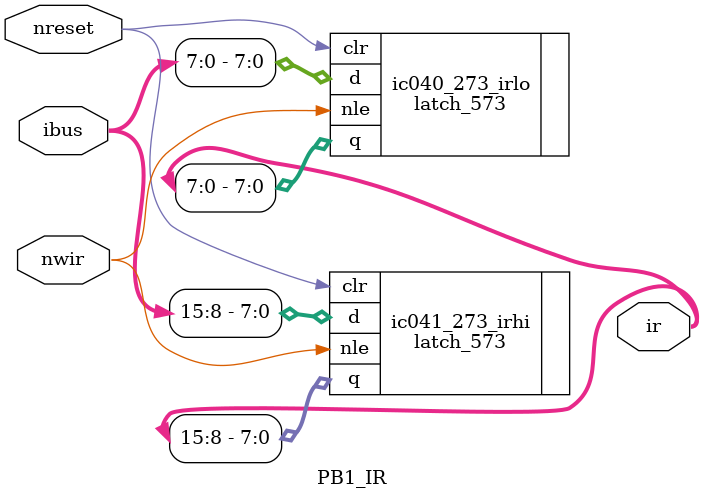
<source format=v>

`include "counter.v"
`include "buffer.v"
`include "vibrator.v"
`include "demux.v"
`include "flipflop.v"
`include "mux.v"

`timescale 1ns/1ps



module PB1_IR(nreset, ibus, nwir, ir);

   input        nreset;
   input [15:0] ibus;
   input 	nwir;		// Clock IR value from IBUS

   output [15:0] ir;
   
   // We do not model the buffers for the front panel LEDs.
   
   latch_573 ic040_273_irlo (.d(ibus[7:0]), .q(ir[7:0]),
				.nle(nwir), .clr(nreset));
   
   latch_573 ic041_273_irhi (.d(ibus[15:8]), .q(ir[15:8]),
				.nle(nwir), .clr(nreset));
endmodule // PB1_IR


// End of file.

</source>
